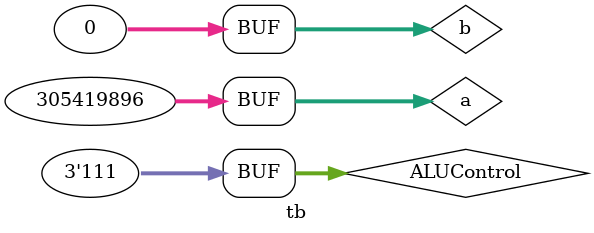
<source format=v>
`timescale 1ns/1ps
module tb; 

reg [31:0] a,b ;
reg [2:0]  ALUControl;

wire[31:0] Result;
wire[3:0]  ALUFlags;

alu32 dut(
 .a(a),
 .b(b),
 .ALUControl(ALUControl),
 .Result(Result),
 .ALUFlags(ALUFlags)
 );
 
initial begin 
a = 0;
b = 0;
ALUControl = 0;
#5
if( (Result !== 0) || (ALUFlags !== 4'd4) ) $display("ADD 0+0 error");

#10
a = 0;
b = 32'hFFFFFFFF;
ALUControl = 0;
#5
if( (Result !== 32'hFFFFFFFF) || (ALUFlags !== 4'd8) ) $display("ADD 0+(-1) error");

#10
a = 32'd1;
b = 32'hFFFFFFFF;
ALUControl = 0;
#5
if( (Result !== 0) || (ALUFlags !== 4'd6) ) $display("ADD 1+(-1) error");

#10 
a = 32'h000000FF;
b = 32'd1 ;
ALUControl = 0;
#5
if( (Result !== 32'h00000100) || (ALUFlags !== 4'd0) ) $display("ADD FF + 1 error");

#10 
a = 0;
b = 0 ;
ALUControl = 3'd1;
#5
if( (Result !== 0 )|| (ALUFlags !== 4'd6) ) $display("SUB 0- 0 error");

#10 
a = 0;
b = 32'hFFFFFFFF ;
ALUControl = 3'd1;
#5
if( (Result !== 32'h00000001) || (ALUFlags !== 4'd0) ) $display("SUB 0-(-1) error");

#10 
a = 32'd1;
b = 32'd1;
ALUControl = 3'd1;
#5
if( (Result !== 0) || (ALUFlags !== 4'd4) ) $display("SUB 1-1 error");

#10 
a = 32'h00000100;
b = 32'd1;
ALUControl = 3'd1;
#5
if( (Result !== 32'h000000FF) || (ALUFlags !== 4'd0) ) $display("SUB 100-1 error");

#10
a = 32'hFFFFFFFF;
b = 32'hFFFFFFFF;
ALUControl = 3'd2;
#5
if( (Result !== 32'hFFFFFFFF) || (ALUFlags !== 4'd8) ) $display("AND F,F error");

#10
a = 32'h87654321;
b = 32'hFFFFFFFF;
ALUControl = 3'd3;
#5
if( (Result !== 32'hFFFFFFFF ) || (ALUFlags !== 8) ) $display("OR 87654321, F error");

#10 
a = 32'hFFFFFFFF;
b = 32'h12345678;
ALUControl = 3'd4;
#5
if( (Result !== 32'hEDCBA987) || (ALUFlags !== 4'd8) ) $display("XOR F,12345678");

#10 
a = 32'hFFFFFFFF;
b = 32'hFFFFFFFF;
ALUControl = 3'd5;
#5
if( (Result !== 32'hFFFFFFFF) || (ALUFlags !== 4'd8) ) $display("Mean F,F error");

#10 
a = 0;
b = 32'h00000001;
ALUControl = 3'd5;
#5
if( (Result !== 0) || (ALUFlags !== 4'd4) ) $display("Mean 0,1 error");

#10 
a = 32'h11111111;
b = 32'h00000001;
ALUControl = 3'd5;
#5
if( (Result !== 32'h08888889) || (ALUFlags !== 4'd0) ) $display("Mean 32'h1,1 error");

#10 
a = 32'hFFFFFFFF;
b = 32'hFFFFFFFF;
ALUControl = 3'd6;
#5
if( (Result !== 32'hFFFFFFFF) || (ALUFlags !== 4'd8) ) $display("Min F,F error");

#10 
a = 0;
b = 32'h00000001;
ALUControl = 3'd6;
#5
if( (Result !== 0) || (ALUFlags !== 4'd4) ) $display("Min 0,1 error");

#10 
a = 32'h11111111;
b = 32'h00000001;
ALUControl = 3'd6;
#5
if( (Result !== 32'h00000001) || (ALUFlags !== 4'd0) ) $display("Min 32'h1,1 error");

#10
a = 32'h00000001;
b = 0; 
ALUControl = 3'd7;
#5
if( (Result !== 32'h00000001) || (ALUFlags !==4'd0) ) $display("ReLU 1,0 error");

#10
a = 32'hFFFFFFFF;
b = 0;
ALUControl = 3'd7;
#5
if( (Result !== 32'h00000000) || (ALUFlags !==4'd4) ) $display("ReLU F,0 error");

#10 
a = 32'h12345678;
b = 0;
ALUControl = 3'd7;
#5
if( (Result !== 32'h12345678) || (ALUFlags !== 4'd0) ) $display("ReLU 12345678,0 error");






end


endmodule
</source>
